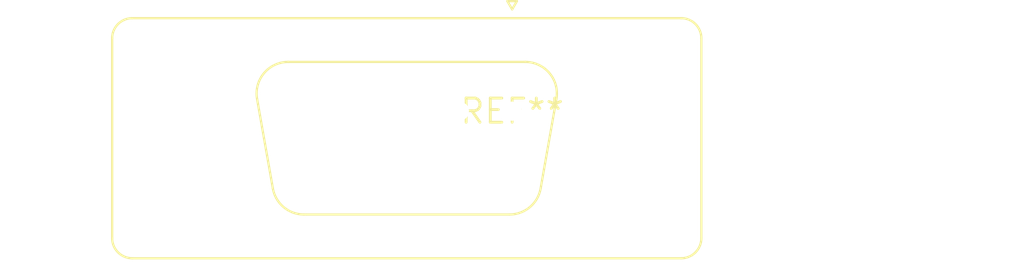
<source format=kicad_pcb>
(kicad_pcb (version 20240108) (generator pcbnew)
  (layers (0 "F.Cu" signal) (31 "B.Cu" signal) (34 "B.Paste" user) (35 "F.Paste" user) (36 "B.SilkS" user "B.Silkscreen") (37 "F.SilkS" user "F.Silkscreen") (38 "B.Mask" user) (39 "F.Mask" user) (44 "Edge.Cuts" user))
  (net 0 "")
  (footprint "DSUB-9_Female_Vertical_P2.77x2.84mm_MountingHoles" (layer "F.Cu") (at 0 0)
    (property "Reference" "REF**")
    (property "Value" "DSUB-9_Female_Vertical_P2.77x2.84mm_MountingHoles")
    (fp_line (start -21.025 6.67) (end -21.025 -3.83) (layer "F.SilkS") (stroke (width 0.12)))
    (fp_line (start -19.965 -4.89) (end 8.885 -4.89) (layer "F.SilkS") (stroke (width 0.12)))
    (fp_line (start -13.40647 -0.641744) (end -12.577733 4.058256) (layer "F.SilkS") (stroke (width 0.12)))
    (fp_line (start -11.771689 -2.59) (end 0.691689 -2.59) (layer "F.SilkS") (stroke (width 0.12)))
    (fp_line (start -10.942952 5.43) (end -0.137048 5.43) (layer "F.SilkS") (stroke (width 0.12)))
    (fp_line (start -0.25 -5.784338) (end 0.25 -5.784338) (layer "F.SilkS") (stroke (width 0.12)))
    (fp_line (start 0 -5.351325) (end -0.25 -5.784338) (layer "F.SilkS") (stroke (width 0.12)))
    (fp_line (start 0.25 -5.784338) (end 0 -5.351325) (layer "F.SilkS") (stroke (width 0.12)))
    (fp_line (start 2.32647 -0.641744) (end 1.497733 4.058256) (layer "F.SilkS") (stroke (width 0.12)))
    (fp_line (start 8.885 7.73) (end -19.965 7.73) (layer "F.SilkS") (stroke (width 0.12)))
    (fp_line (start 9.945 -3.83) (end 9.945 6.67) (layer "F.SilkS") (stroke (width 0.12)))
    (fp_arc (start -21.025 -3.83) (mid -20.714533 -4.579533) (end -19.965 -4.89) (layer "F.SilkS") (stroke (width 0.12)))
    (fp_arc (start -19.965 7.73) (mid -20.714533 7.419533) (end -21.025 6.67) (layer "F.SilkS") (stroke (width 0.12)))
    (fp_arc (start -13.40647 -0.641744) (mid -13.043323 -1.997028) (end -11.771689 -2.59) (layer "F.SilkS") (stroke (width 0.12)))
    (fp_arc (start -10.942952 5.43) (mid -12.009979 5.041634) (end -12.577733 4.058256) (layer "F.SilkS") (stroke (width 0.12)))
    (fp_arc (start 0.691689 -2.59) (mid 1.963323 -1.997027) (end 2.32647 -0.641744) (layer "F.SilkS") (stroke (width 0.12)))
    (fp_arc (start 1.497733 4.058256) (mid 0.92998 5.041634) (end -0.137048 5.43) (layer "F.SilkS") (stroke (width 0.12)))
    (fp_arc (start 8.885 -4.89) (mid 9.634533 -4.579533) (end 9.945 -3.83) (layer "F.SilkS") (stroke (width 0.12)))
    (fp_arc (start 9.945 6.67) (mid 9.634533 7.419533) (end 8.885 7.73) (layer "F.SilkS") (stroke (width 0.12)))
    (pad "0" thru_hole circle (at -18.04 1.42) (size 4 4) (drill 3.2) (layers *.Cu *.Mask) (remove_unused_layers))
    (pad "0" thru_hole circle (at 6.96 1.42) (size 4 4) (drill 3.2) (layers *.Cu *.Mask) (remove_unused_layers))
    (pad "1" thru_hole rect (at 0 0) (size 1.6 1.6) (drill 1) (layers *.Cu *.Mask) (remove_unused_layers))
    (pad "2" thru_hole circle (at -2.77 0) (size 1.6 1.6) (drill 1) (layers *.Cu *.Mask) (remove_unused_layers))
    (pad "3" thru_hole circle (at -5.54 0) (size 1.6 1.6) (drill 1) (layers *.Cu *.Mask) (remove_unused_layers))
    (pad "4" thru_hole circle (at -8.31 0) (size 1.6 1.6) (drill 1) (layers *.Cu *.Mask) (remove_unused_layers))
    (pad "5" thru_hole circle (at -11.08 0) (size 1.6 1.6) (drill 1) (layers *.Cu *.Mask) (remove_unused_layers))
    (pad "6" thru_hole circle (at -1.385 2.84) (size 1.6 1.6) (drill 1) (layers *.Cu *.Mask) (remove_unused_layers))
    (pad "7" thru_hole circle (at -4.155 2.84) (size 1.6 1.6) (drill 1) (layers *.Cu *.Mask) (remove_unused_layers))
    (pad "8" thru_hole circle (at -6.925 2.84) (size 1.6 1.6) (drill 1) (layers *.Cu *.Mask) (remove_unused_layers))
    (pad "9" thru_hole circle (at -9.695 2.84) (size 1.6 1.6) (drill 1) (layers *.Cu *.Mask) (remove_unused_layers))
  )
)
</source>
